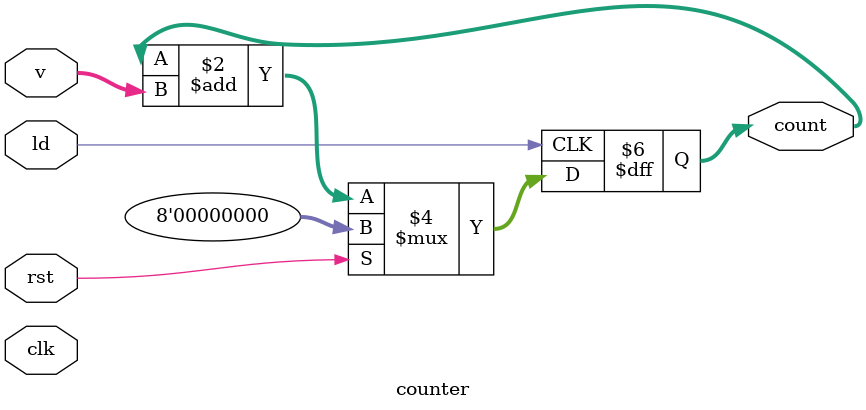
<source format=sv>
module counter #(
  parameter WIDTH = 8
)(
  // interface signalsxw
  input  logic             clk,      // clock
  input  logic             rst,      // reset
  input  logic             ld,       // load counter from data
  input  logic [WIDTH-1:0] v,        // value to preload
  output logic [WIDTH-1:0] count     // count output
);

always_ff @ (posedge ld)
  if (rst) count <= {WIDTH{1'b0}};
  else     count <= count + v;
endmodule

</source>
